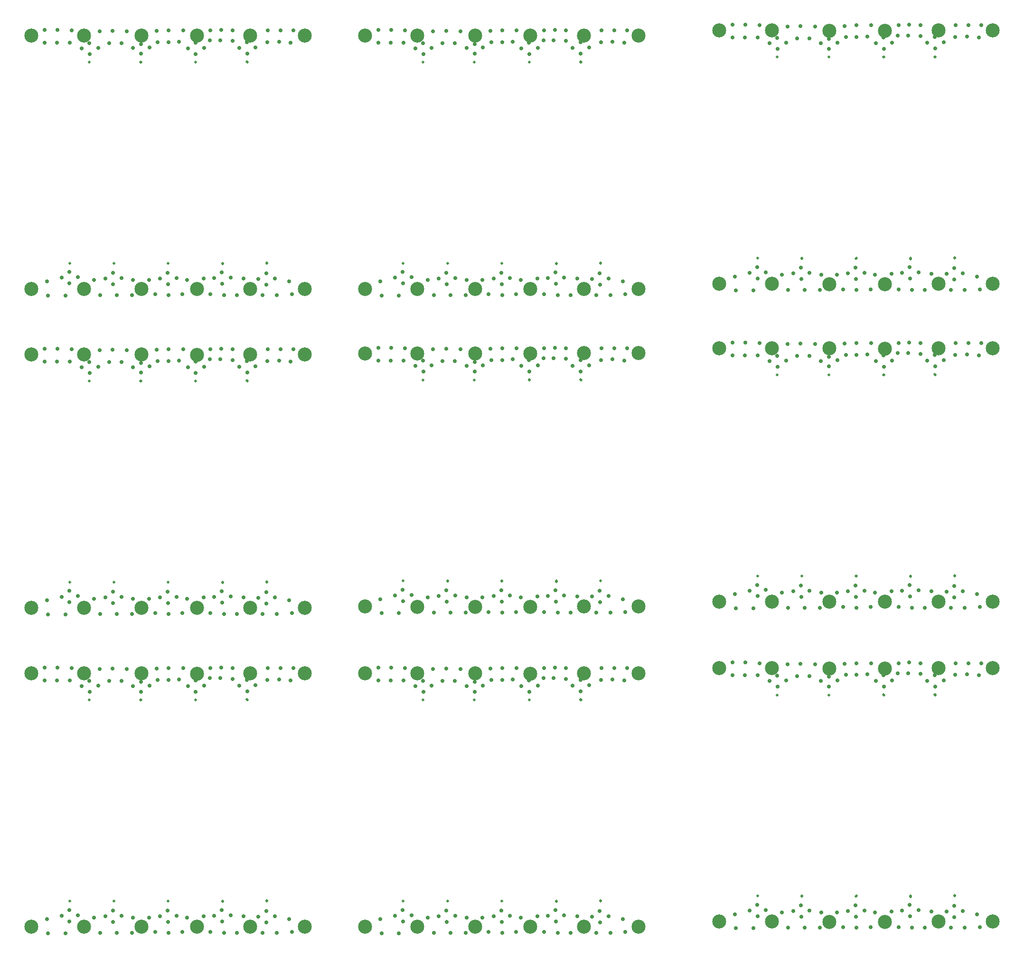
<source format=gbr>
G04 ===== Begin FILE IDENTIFICATION =====*
G04 File Format:  Gerber RS274X*
G04 ===== End FILE IDENTIFICATION =====*
%FSLAX24Y24*%
%MOIN*%
%SFA1.0000B1.0000*%
%OFA0.0B0.0*%
%ADD14C,0.020000*%
%ADD15C,0.027559*%
%ADD16C,0.098425*%
%LNVIA_TOP METAL_BOT_COVER*%
%IPPOS*%
%LPD*%
G75*
D14*
X-32854Y-18150D03*
X-31113Y-32273D03*
X-29232Y-18150D03*
X-25373D03*
X-27302Y-32273D03*
X-23491D03*
X-21751Y-18150D03*
X-20376Y-32273D03*
X-34228D03*
X-31114Y-32289D03*
X-27315D03*
X-23487Y-32304D03*
X-23488Y-32320D03*
X-20385Y-32245D03*
X-20386Y-32261D03*
X-29235Y-18150D03*
X-25389Y-18138D03*
X-21766Y-18134D03*
X-21783Y-18122D03*
D15*
X-32818Y-17566D03*
X-32842Y-16806D03*
X-32227Y-17132D03*
X-33381Y-17168D03*
X-29223Y-17562D03*
X-29208Y-16881D03*
X-28633Y-17129D03*
X-29786Y-17164D03*
X-25369Y-17566D03*
X-25393Y-16766D03*
X-24779Y-17132D03*
X-25932Y-17168D03*
X-21763Y-17550D03*
X-21786Y-16751D03*
X-21172Y-17117D03*
X-22326Y-17152D03*
X-34235Y-33695D03*
X-34259Y-32896D03*
X-33645Y-33262D03*
X-34798Y-33298D03*
X-31168Y-33739D03*
X-31192Y-32940D03*
X-30578Y-33306D03*
X-31731Y-33341D03*
X-27322Y-33739D03*
X-27345Y-32940D03*
X-26731Y-33306D03*
X-27885Y-33341D03*
X-23523Y-33711D03*
X-23546Y-32912D03*
X-22932Y-33278D03*
X-24086Y-33314D03*
X-20408Y-33770D03*
X-20432Y-32971D03*
X-19818Y-33337D03*
X-20971Y-33373D03*
D16*
X-29184Y-34089D03*
X-36912Y-34073D03*
X-25298Y-34093D03*
X-17716Y-34069D03*
X-33231Y-34077D03*
X-21534Y-34069D03*
X-29184Y-16294D03*
X-36912Y-16278D03*
X-25298Y-16298D03*
X-33231Y-16282D03*
X-21534Y-16274D03*
D15*
X-35752Y-34538D03*
X-34531D03*
X-32091Y-34499D03*
X-32524Y-33436D03*
X-30909Y-34499D03*
X-29846D03*
X-28232Y-34459D03*
X-27287Y-34499D03*
X-26303Y-34459D03*
X-24335D03*
X-35831Y-33554D03*
X-24807Y-33357D03*
X-29768Y-33436D03*
X-28665D03*
X-23390Y-34499D03*
X-22484D03*
X-22012Y-33357D03*
X-20673Y-34499D03*
X-25988Y-33436D03*
X-18626Y-34459D03*
X-18823Y-33554D03*
X-35988Y-15877D03*
Y-16782D03*
X-35083Y-15877D03*
X-35122Y-16782D03*
X-34098Y-15916D03*
X-19689Y-34499D03*
X-34217Y-16782D03*
X-31224Y-15956D03*
X-30201Y-15995D03*
X-31461Y-16822D03*
X-30594D03*
X-28114Y-15956D03*
X-27287Y-15916D03*
X-28035Y-16743D03*
X-26539Y-16704D03*
X-27287Y-16743D03*
X-24335Y-15916D03*
X-23587Y-15877D03*
X-22799Y-15916D03*
X-24374Y-16625D03*
X-32130Y-15995D03*
X-23665Y-16625D03*
X-22799Y-16664D03*
X-20319Y-15916D03*
X-20358Y-16743D03*
X-19413Y-15916D03*
X-26264D03*
X-19531Y-16704D03*
X-18705Y-16782D03*
X-18508Y-15916D03*
D14*
X-9428Y-18150D03*
X-7688Y-32273D03*
X-5807Y-18150D03*
X-1947D03*
X-3877Y-32273D03*
X-66D03*
X1674Y-18150D03*
X3049Y-32273D03*
X-10803D03*
X-7689Y-32289D03*
X-3890D03*
X-62Y-32304D03*
X-63Y-32320D03*
X3040Y-32245D03*
X3039Y-32261D03*
X-5810Y-18150D03*
X-1964Y-18138D03*
X1659Y-18134D03*
X1643Y-18122D03*
D15*
X-9393Y-17566D03*
X-9416Y-16806D03*
X-8802Y-17132D03*
X-9956Y-17168D03*
X-5798Y-17562D03*
X-5782Y-16881D03*
X-5208Y-17129D03*
X-6361Y-17164D03*
X-1944Y-17566D03*
X-1968Y-16766D03*
X-1353Y-17132D03*
X-2507Y-17168D03*
X1662Y-17550D03*
X1639Y-16751D03*
X2253Y-17117D03*
X1099Y-17152D03*
X-10810Y-33695D03*
X-10834Y-32896D03*
X-10219Y-33262D03*
X-11373Y-33298D03*
X-7743Y-33739D03*
X-7767Y-32940D03*
X-7153Y-33306D03*
X-8306Y-33341D03*
X-3897Y-33739D03*
X-3920Y-32940D03*
X-3306Y-33306D03*
X-4460Y-33341D03*
X-97Y-33711D03*
X-121Y-32912D03*
X493Y-33278D03*
X-660Y-33314D03*
X3017Y-33770D03*
X2993Y-32971D03*
X3607Y-33337D03*
X2454Y-33373D03*
D16*
X-5759Y-34089D03*
X-13487Y-34073D03*
X-1873Y-34093D03*
X5710Y-34069D03*
X-9806Y-34077D03*
X1891Y-34069D03*
X-5759Y-16294D03*
X-13487Y-16278D03*
X-1873Y-16298D03*
X5710Y-16274D03*
X-9806Y-16282D03*
X1891Y-16274D03*
D15*
X-12327Y-34538D03*
X-11106D03*
X-8665Y-34499D03*
X-9098Y-33436D03*
X-7484Y-34499D03*
X-6421D03*
X-4807Y-34459D03*
X-3862Y-34499D03*
X-2878Y-34459D03*
X-909D03*
X-12406Y-33554D03*
X-1382Y-33357D03*
X-6343Y-33436D03*
X-5240D03*
X35Y-34499D03*
X941D03*
X1413Y-33357D03*
X2752Y-34499D03*
X-2563Y-33436D03*
X4799Y-34459D03*
X4602Y-33554D03*
X-12563Y-15877D03*
Y-16782D03*
X-11657Y-15877D03*
X-11697Y-16782D03*
X-10673Y-15916D03*
X3736Y-34499D03*
X-10791Y-16782D03*
X-7799Y-15956D03*
X-6776Y-15995D03*
X-8035Y-16822D03*
X-7169D03*
X-4689Y-15956D03*
X-3862Y-15916D03*
X-4610Y-16743D03*
X-3114Y-16704D03*
X-3862Y-16743D03*
X-909Y-15916D03*
X-161Y-15877D03*
X626Y-15916D03*
X-949Y-16625D03*
X-8705Y-15995D03*
X-240Y-16625D03*
X626Y-16664D03*
X3106Y-15916D03*
X3067Y-16743D03*
X4012Y-15916D03*
X-2839D03*
X3894Y-16704D03*
X4720Y-16782D03*
X4917Y-15916D03*
D14*
X-32854Y-40552D03*
X-31113Y-54675D03*
X-29232Y-40552D03*
X-25373D03*
X-27302Y-54675D03*
X-23491D03*
X-21751Y-40552D03*
X-20376Y-54675D03*
X-34228D03*
X-31114Y-54690D03*
X-27315D03*
X-23487Y-54706D03*
X-23488Y-54722D03*
X-20385Y-54647D03*
X-20386Y-54663D03*
X-29235Y-40552D03*
X-25389Y-40540D03*
X-21766Y-40536D03*
X-21783Y-40524D03*
D15*
X-32818Y-39967D03*
X-32842Y-39207D03*
X-32227Y-39534D03*
X-33381Y-39569D03*
X-29223Y-39963D03*
X-29208Y-39282D03*
X-28633Y-39530D03*
X-29786Y-39566D03*
X-25369Y-39967D03*
X-25393Y-39168D03*
X-24779Y-39534D03*
X-25932Y-39569D03*
X-21763Y-39951D03*
X-21786Y-39152D03*
X-21172Y-39518D03*
X-22326Y-39554D03*
X-34235Y-56097D03*
X-34259Y-55298D03*
X-33645Y-55664D03*
X-34798Y-55699D03*
X-31168Y-56140D03*
X-31192Y-55341D03*
X-30578Y-55707D03*
X-31731Y-55743D03*
X-27322Y-56140D03*
X-27345Y-55341D03*
X-26731Y-55707D03*
X-27885Y-55743D03*
X-23523Y-56113D03*
X-23546Y-55314D03*
X-22932Y-55680D03*
X-24086Y-55715D03*
X-20408Y-56172D03*
X-20432Y-55373D03*
X-19818Y-55739D03*
X-20971Y-55774D03*
D16*
X-29184Y-56491D03*
X-36912Y-56475D03*
X-25298Y-56495D03*
X-17716Y-56471D03*
X-33231Y-56479D03*
X-21534Y-56471D03*
X-29184Y-38695D03*
X-36912Y-38680D03*
X-25298Y-38699D03*
X-17716Y-38676D03*
X-33231Y-38684D03*
X-21534Y-38676D03*
D15*
X-35752Y-56940D03*
X-34531D03*
X-32091Y-56900D03*
X-32524Y-55837D03*
X-30909Y-56900D03*
X-29846D03*
X-28232Y-56861D03*
X-27287Y-56900D03*
X-26303Y-56861D03*
X-24335D03*
X-35831Y-55956D03*
X-24807Y-55759D03*
X-29768Y-55837D03*
X-28665D03*
X-23390Y-56900D03*
X-22484D03*
X-22012Y-55759D03*
X-20673Y-56900D03*
X-25988Y-55837D03*
X-18626Y-56861D03*
X-18823Y-55956D03*
X-35988Y-38278D03*
Y-39184D03*
X-35083Y-38278D03*
X-35122Y-39184D03*
X-34098Y-38318D03*
X-19689Y-56900D03*
X-34217Y-39184D03*
X-31224Y-38357D03*
X-30201Y-38396D03*
X-31461Y-39223D03*
X-30594D03*
X-28114Y-38357D03*
X-27287Y-38318D03*
X-28035Y-39144D03*
X-26539Y-39105D03*
X-27287Y-39144D03*
X-24335Y-38318D03*
X-23587Y-38278D03*
X-22799Y-38318D03*
X-24374Y-39026D03*
X-32130Y-38396D03*
X-23665Y-39026D03*
X-22799Y-39066D03*
X-20319Y-38318D03*
X-20358Y-39144D03*
X-19413Y-38318D03*
X-26264D03*
X-19531Y-39105D03*
X-18705Y-39184D03*
X-18508Y-38318D03*
D14*
X-9428Y-40473D03*
X-7688Y-54596D03*
X-5807Y-40473D03*
X-1947D03*
X-3877Y-54596D03*
X-66D03*
X1674Y-40473D03*
X3049Y-54596D03*
X-10803D03*
X-7689Y-54612D03*
X-3890D03*
X-62Y-54627D03*
X-63Y-54643D03*
X3040Y-54568D03*
X3039Y-54584D03*
X-5810Y-40473D03*
X-1964Y-40461D03*
X1659Y-40457D03*
X1643Y-40445D03*
D15*
X-9393Y-39888D03*
X-9416Y-39129D03*
X-8802Y-39455D03*
X-9956Y-39491D03*
X-5798Y-39884D03*
X-5782Y-39203D03*
X-5208Y-39451D03*
X-6361Y-39487D03*
X-1944Y-39888D03*
X-1968Y-39089D03*
X-1353Y-39455D03*
X-2507Y-39491D03*
X1662Y-39873D03*
X1639Y-39073D03*
X2253Y-39440D03*
X1099Y-39475D03*
X-10810Y-56018D03*
X-10834Y-55219D03*
X-10219Y-55585D03*
X-11373Y-55621D03*
X-7743Y-56062D03*
X-7767Y-55262D03*
X-7153Y-55629D03*
X-8306Y-55664D03*
X-3897Y-56062D03*
X-3920Y-55262D03*
X-3306Y-55629D03*
X-4460Y-55664D03*
X-97Y-56034D03*
X-121Y-55235D03*
X493Y-55601D03*
X-660Y-55636D03*
X3017Y-56093D03*
X2993Y-55294D03*
X3607Y-55660D03*
X2454Y-55695D03*
D16*
X-5759Y-56412D03*
X-13487Y-56396D03*
X-1873Y-56416D03*
X5710Y-56392D03*
X-9806Y-56400D03*
X1891Y-56392D03*
X-5759Y-38617D03*
X-13487Y-38601D03*
X-1873Y-38621D03*
X5710Y-38597D03*
X-9806Y-38605D03*
X1891Y-38597D03*
D15*
X-12327Y-56861D03*
X-11106D03*
X-8665Y-56822D03*
X-9098Y-55759D03*
X-7484Y-56822D03*
X-6421D03*
X-4807Y-56782D03*
X-3862Y-56822D03*
X-2878Y-56782D03*
X-909D03*
X-12406Y-55877D03*
X-1382Y-55680D03*
X-6343Y-55759D03*
X-5240D03*
X35Y-56822D03*
X941D03*
X1413Y-55680D03*
X2752Y-56822D03*
X-2563Y-55759D03*
X4799Y-56782D03*
X4602Y-55877D03*
X-12563Y-38200D03*
Y-39105D03*
X-11657Y-38200D03*
X-11697Y-39105D03*
X-10673Y-38239D03*
X3736Y-56822D03*
X-10791Y-39105D03*
X-7799Y-38278D03*
X-6776Y-38318D03*
X-8035Y-39144D03*
X-7169D03*
X-4689Y-38278D03*
X-3862Y-38239D03*
X-4610Y-39066D03*
X-3114Y-39026D03*
X-3862Y-39066D03*
X-909Y-38239D03*
X-161Y-38200D03*
X626Y-38239D03*
X-949Y-38948D03*
X-8705Y-38318D03*
X-240Y-38948D03*
X626Y-38987D03*
X3106Y-38239D03*
X3067Y-39066D03*
X4012Y-38239D03*
X-2839D03*
X3894Y-39026D03*
X4720Y-39105D03*
X4917Y-38239D03*
D14*
X-32854Y-62953D03*
X-31113Y-77076D03*
X-29232Y-62953D03*
X-25373D03*
X-27302Y-77076D03*
X-23491D03*
X-21751Y-62953D03*
X-20376Y-77076D03*
X-34228D03*
X-31114Y-77092D03*
X-27315D03*
X-23487Y-77108D03*
X-23488Y-77123D03*
X-20385Y-77049D03*
X-20386Y-77064D03*
X-29235Y-62953D03*
X-25389Y-62941D03*
X-21766Y-62937D03*
X-21783Y-62926D03*
D15*
X-32818Y-62369D03*
X-32842Y-61609D03*
X-32227Y-61936D03*
X-33381Y-61971D03*
X-29223Y-62365D03*
X-29208Y-61684D03*
X-28633Y-61932D03*
X-29786Y-61967D03*
X-25369Y-62369D03*
X-25393Y-61569D03*
X-24779Y-61936D03*
X-25932Y-61971D03*
X-21763Y-62353D03*
X-21786Y-61554D03*
X-21172Y-61920D03*
X-22326Y-61955D03*
X-34235Y-78499D03*
X-34259Y-77699D03*
X-33645Y-78066D03*
X-34798Y-78101D03*
X-31168Y-78542D03*
X-31192Y-77743D03*
X-30578Y-78109D03*
X-31731Y-78144D03*
X-27322Y-78542D03*
X-27345Y-77743D03*
X-26731Y-78109D03*
X-27885Y-78144D03*
X-23523Y-78514D03*
X-23546Y-77715D03*
X-22932Y-78081D03*
X-24086Y-78117D03*
X-20408Y-78573D03*
X-20432Y-77774D03*
X-19818Y-78140D03*
X-20971Y-78176D03*
D16*
X-29184Y-78892D03*
X-36912Y-78877D03*
X-25298Y-78896D03*
X-17716Y-78873D03*
X-33231Y-78881D03*
X-21534Y-78873D03*
X-29184Y-61097D03*
X-36912Y-61081D03*
X-25298Y-61101D03*
X-17716Y-61077D03*
X-33231Y-61085D03*
X-21534Y-61077D03*
D15*
X-35752Y-79341D03*
X-34531D03*
X-32091Y-79302D03*
X-32524Y-78239D03*
X-30909Y-79302D03*
X-29846D03*
X-28232Y-79263D03*
X-27287Y-79302D03*
X-26303Y-79263D03*
X-24335D03*
X-35831Y-78357D03*
X-24807Y-78160D03*
X-29768Y-78239D03*
X-28665D03*
X-23390Y-79302D03*
X-22484D03*
X-22012Y-78160D03*
X-20673Y-79302D03*
X-25988Y-78239D03*
X-18626Y-79263D03*
X-18823Y-78357D03*
X-35988Y-60680D03*
Y-61585D03*
X-35083Y-60680D03*
X-35122Y-61585D03*
X-34098Y-60719D03*
X-19689Y-79302D03*
X-34217Y-61585D03*
X-31224Y-60759D03*
X-30201Y-60798D03*
X-31461Y-61625D03*
X-30594D03*
X-28114Y-60759D03*
X-27287Y-60719D03*
X-28035Y-61546D03*
X-26539Y-61507D03*
X-27287Y-61546D03*
X-24335Y-60719D03*
X-23587Y-60680D03*
X-22799Y-60719D03*
X-24374Y-61428D03*
X-32130Y-60798D03*
X-23665Y-61428D03*
X-22799Y-61467D03*
X-20319Y-60719D03*
X-20358Y-61546D03*
X-19413Y-60719D03*
X-26264D03*
X-19531Y-61507D03*
X-18705Y-61585D03*
X-18508Y-60719D03*
D14*
X-9428Y-62953D03*
X-7688Y-77076D03*
X-5807Y-62953D03*
X-1947D03*
X-3877Y-77076D03*
X-66D03*
X1674Y-62953D03*
X3049Y-77076D03*
X-10803D03*
X-7689Y-77092D03*
X-3890D03*
X-62Y-77108D03*
X-63Y-77123D03*
X3040Y-77049D03*
X3039Y-77064D03*
X-5810Y-62953D03*
X-1964Y-62941D03*
X1659Y-62937D03*
X1643Y-62926D03*
D15*
X-9393Y-62369D03*
X-9416Y-61609D03*
X-8802Y-61936D03*
X-9956Y-61971D03*
X-5798Y-62365D03*
X-5782Y-61684D03*
X-5208Y-61932D03*
X-6361Y-61967D03*
X-1944Y-62369D03*
X-1968Y-61569D03*
X-1353Y-61936D03*
X-2507Y-61971D03*
X1662Y-62353D03*
X1639Y-61554D03*
X2253Y-61920D03*
X1099Y-61955D03*
X-10810Y-78499D03*
X-10834Y-77699D03*
X-10219Y-78066D03*
X-11373Y-78101D03*
X-7743Y-78542D03*
X-7767Y-77743D03*
X-7153Y-78109D03*
X-8306Y-78144D03*
X-3897Y-78542D03*
X-3920Y-77743D03*
X-3306Y-78109D03*
X-4460Y-78144D03*
X-97Y-78514D03*
X-121Y-77715D03*
X493Y-78081D03*
X-660Y-78117D03*
X3017Y-78573D03*
X2993Y-77774D03*
X3607Y-78140D03*
X2454Y-78176D03*
D16*
X-5759Y-78892D03*
X-13487Y-78877D03*
X-1873Y-78896D03*
X5710Y-78873D03*
X-9806Y-78881D03*
X1891Y-78873D03*
X-5759Y-61097D03*
X-13487Y-61081D03*
X-1873Y-61101D03*
X5710Y-61077D03*
X-9806Y-61085D03*
X1891Y-61077D03*
D15*
X-12327Y-79341D03*
X-11106D03*
X-8665Y-79302D03*
X-9098Y-78239D03*
X-7484Y-79302D03*
X-6421D03*
X-4807Y-79263D03*
X-3862Y-79302D03*
X-2878Y-79263D03*
X-909D03*
X-12406Y-78357D03*
X-1382Y-78160D03*
X-6343Y-78239D03*
X-5240D03*
X35Y-79302D03*
X941D03*
X1413Y-78160D03*
X2752Y-79302D03*
X-2563Y-78239D03*
X4799Y-79263D03*
X4602Y-78357D03*
X-12563Y-60680D03*
Y-61585D03*
X-11657Y-60680D03*
X-11697Y-61585D03*
X-10673Y-60719D03*
X3736Y-79302D03*
X-10791Y-61585D03*
X-7799Y-60759D03*
X-6776Y-60798D03*
X-8035Y-61625D03*
X-7169D03*
X-4689Y-60759D03*
X-3862Y-60719D03*
X-4610Y-61546D03*
X-3114Y-61507D03*
X-3862Y-61546D03*
X-909Y-60719D03*
X-161Y-60680D03*
X626Y-60719D03*
X-949Y-61428D03*
X-8705Y-60798D03*
X-240Y-61428D03*
X626Y-61467D03*
X3106Y-60719D03*
X3067Y-61546D03*
X4012Y-60719D03*
X-2839D03*
X3894Y-61507D03*
X4720Y-61585D03*
X4917Y-60719D03*
D16*
X-17716Y-16274D03*
D14*
X15454Y-17796D03*
X17194Y-31919D03*
X19075Y-17796D03*
X22935D03*
X21005Y-31919D03*
X24816D03*
X26556Y-17796D03*
X27931Y-31919D03*
X14079D03*
X17193Y-31934D03*
X20992D03*
X24820Y-31950D03*
X24819Y-31966D03*
X27922Y-31891D03*
X27921Y-31907D03*
X19072Y-17796D03*
X22918Y-17784D03*
X26541Y-17780D03*
X26524Y-17768D03*
D15*
X15489Y-17211D03*
X15466Y-16451D03*
X16080Y-16778D03*
X14926Y-16814D03*
X19084Y-17207D03*
X19099Y-16526D03*
X19674Y-16774D03*
X18521Y-16810D03*
X22938Y-17211D03*
X22914Y-16412D03*
X23529Y-16778D03*
X22375Y-16814D03*
X26544Y-17195D03*
X26521Y-16396D03*
X27135Y-16762D03*
X25981Y-16798D03*
X14072Y-33341D03*
X14048Y-32542D03*
X14662Y-32908D03*
X13509Y-32944D03*
X17139Y-33384D03*
X17115Y-32585D03*
X17729Y-32951D03*
X16576Y-32987D03*
X20985Y-33384D03*
X20962Y-32585D03*
X21576Y-32951D03*
X20422Y-32987D03*
X24784Y-33357D03*
X24761Y-32558D03*
X25375Y-32924D03*
X24221Y-32959D03*
X27899Y-33416D03*
X27875Y-32617D03*
X28489Y-32983D03*
X27336Y-33018D03*
D16*
X19123Y-33735D03*
X11395Y-33719D03*
X23009Y-33739D03*
X30592Y-33715D03*
X15076Y-33723D03*
X26773Y-33715D03*
X19123Y-15940D03*
X11395Y-15924D03*
X23009Y-15944D03*
X30592Y-15920D03*
X15076Y-15928D03*
X26773Y-15920D03*
D15*
X12555Y-34184D03*
X13776D03*
X16217Y-34144D03*
X15783Y-33081D03*
X17398Y-34144D03*
X18461D03*
X20075Y-34105D03*
X21020Y-34144D03*
X22004Y-34105D03*
X23972D03*
X12476Y-33200D03*
X23500Y-33003D03*
X18539Y-33081D03*
X19642D03*
X24917Y-34144D03*
X25823D03*
X26295Y-33003D03*
X27634Y-34144D03*
X22319Y-33081D03*
X29681Y-34105D03*
X29484Y-33200D03*
X12319Y-15522D03*
Y-16428D03*
X13224Y-15522D03*
X13185Y-16428D03*
X14209Y-15562D03*
X28618Y-34144D03*
X14091Y-16428D03*
X17083Y-15601D03*
X18106Y-15641D03*
X16846Y-16467D03*
X17713D03*
X20193Y-15601D03*
X21020Y-15562D03*
X20272Y-16389D03*
X21768Y-16349D03*
X21020Y-16389D03*
X23972Y-15562D03*
X24720Y-15522D03*
X25508Y-15562D03*
X23933Y-16270D03*
X16177Y-15641D03*
X24642Y-16270D03*
X25508Y-16310D03*
X27988Y-15562D03*
X27949Y-16389D03*
X28894Y-15562D03*
X22043D03*
X28776Y-16349D03*
X29602Y-16428D03*
X29799Y-15562D03*
D14*
X15454Y-40118D03*
X17194Y-54241D03*
X19075Y-40118D03*
X22935D03*
X21005Y-54241D03*
X24816D03*
X26556Y-40118D03*
X27931Y-54241D03*
X14079D03*
X17193Y-54257D03*
X20992D03*
X24820Y-54273D03*
X24819Y-54289D03*
X27922Y-54214D03*
X27921Y-54230D03*
X19072Y-40118D03*
X22918Y-40107D03*
X26541Y-40103D03*
X26524Y-40091D03*
D15*
X15489Y-39534D03*
X15466Y-38774D03*
X16080Y-39101D03*
X14926Y-39136D03*
X19084Y-39530D03*
X19099Y-38849D03*
X19674Y-39097D03*
X18521Y-39132D03*
X22938Y-39534D03*
X22914Y-38735D03*
X23529Y-39101D03*
X22375Y-39136D03*
X26544Y-39518D03*
X26521Y-38719D03*
X27135Y-39085D03*
X25981Y-39121D03*
X14072Y-55664D03*
X14048Y-54865D03*
X14662Y-55231D03*
X13509Y-55266D03*
X17139Y-55707D03*
X17115Y-54908D03*
X17729Y-55274D03*
X16576Y-55310D03*
X20985Y-55707D03*
X20962Y-54908D03*
X21576Y-55274D03*
X20422Y-55310D03*
X24784Y-55680D03*
X24761Y-54881D03*
X25375Y-55247D03*
X24221Y-55282D03*
X27899Y-55739D03*
X27875Y-54940D03*
X28489Y-55306D03*
X27336Y-55341D03*
D16*
X19123Y-56058D03*
X11395Y-56042D03*
X23009Y-56062D03*
X30592Y-56038D03*
X15076Y-56046D03*
X26773Y-56038D03*
X19123Y-38262D03*
X11395Y-38247D03*
X23009Y-38266D03*
X30592Y-38243D03*
X15076Y-38251D03*
X26773Y-38243D03*
D15*
X12555Y-56507D03*
X13776D03*
X16217Y-56467D03*
X15783Y-55404D03*
X17398Y-56467D03*
X18461D03*
X20075Y-56428D03*
X21020Y-56467D03*
X22004Y-56428D03*
X23972D03*
X12476Y-55522D03*
X23500Y-55326D03*
X18539Y-55404D03*
X19642D03*
X24917Y-56467D03*
X25823D03*
X26295Y-55326D03*
X27634Y-56467D03*
X22319Y-55404D03*
X29681Y-56428D03*
X29484Y-55522D03*
X12319Y-37845D03*
Y-38751D03*
X13224Y-37845D03*
X13185Y-38751D03*
X14209Y-37885D03*
X28618Y-56467D03*
X14091Y-38751D03*
X17083Y-37924D03*
X18106Y-37963D03*
X16846Y-38790D03*
X17713D03*
X20193Y-37924D03*
X21020Y-37885D03*
X20272Y-38711D03*
X21768Y-38672D03*
X21020Y-38711D03*
X23972Y-37885D03*
X24720Y-37845D03*
X25508Y-37885D03*
X23933Y-38593D03*
X16177Y-37963D03*
X24642Y-38593D03*
X25508Y-38633D03*
X27988Y-37885D03*
X27949Y-38711D03*
X28894Y-37885D03*
X22043D03*
X28776Y-38672D03*
X29602Y-38751D03*
X29799Y-37885D03*
D14*
X15454Y-62599D03*
X17194Y-76722D03*
X19075Y-62599D03*
X22935D03*
X21005Y-76722D03*
X24816D03*
X26556Y-62599D03*
X27931Y-76722D03*
X14079D03*
X17193Y-76738D03*
X20992D03*
X24820Y-76753D03*
X24819Y-76769D03*
X27922Y-76694D03*
X27921Y-76710D03*
X19072Y-62599D03*
X22918Y-62587D03*
X26541Y-62583D03*
X26524Y-62571D03*
D15*
X15489Y-62014D03*
X15466Y-61255D03*
X16080Y-61581D03*
X14926Y-61617D03*
X19084Y-62010D03*
X19099Y-61329D03*
X19674Y-61577D03*
X18521Y-61613D03*
X22938Y-62014D03*
X22914Y-61215D03*
X23529Y-61581D03*
X22375Y-61617D03*
X26544Y-61999D03*
X26521Y-61199D03*
X27135Y-61566D03*
X25981Y-61601D03*
X14072Y-78144D03*
X14048Y-77345D03*
X14662Y-77711D03*
X13509Y-77747D03*
X17139Y-78188D03*
X17115Y-77388D03*
X17729Y-77755D03*
X16576Y-77790D03*
X20985Y-78188D03*
X20962Y-77388D03*
X21576Y-77755D03*
X20422Y-77790D03*
X24784Y-78160D03*
X24761Y-77361D03*
X25375Y-77727D03*
X24221Y-77762D03*
X27899Y-78219D03*
X27875Y-77420D03*
X28489Y-77786D03*
X27336Y-77821D03*
D16*
X19123Y-78538D03*
X11395Y-78522D03*
X23009Y-78542D03*
X30592Y-78518D03*
X15076Y-78526D03*
X26773Y-78518D03*
X19123Y-60743D03*
X11395Y-60727D03*
X23009Y-60747D03*
X30592Y-60723D03*
X15076Y-60731D03*
X26773Y-60723D03*
D15*
X12555Y-78987D03*
X13776D03*
X16217Y-78948D03*
X15783Y-77885D03*
X17398Y-78948D03*
X18461D03*
X20075Y-78908D03*
X21020Y-78948D03*
X22004Y-78908D03*
X23972D03*
X12476Y-78003D03*
X23500Y-77806D03*
X18539Y-77885D03*
X19642D03*
X24917Y-78948D03*
X25823D03*
X26295Y-77806D03*
X27634Y-78948D03*
X22319Y-77885D03*
X29681Y-78908D03*
X29484Y-78003D03*
X12319Y-60326D03*
Y-61231D03*
X13224Y-60326D03*
X13185Y-61231D03*
X14209Y-60365D03*
X28618Y-78948D03*
X14091Y-61231D03*
X17083Y-60404D03*
X18106Y-60444D03*
X16846Y-61270D03*
X17713D03*
X20193Y-60404D03*
X21020Y-60365D03*
X20272Y-61192D03*
X21768Y-61152D03*
X21020Y-61192D03*
X23972Y-60365D03*
X24720Y-60326D03*
X25508Y-60365D03*
X23933Y-61074D03*
X16177Y-60444D03*
X24642Y-61074D03*
X25508Y-61113D03*
X27988Y-60365D03*
X27949Y-61192D03*
X28894Y-60365D03*
X22043D03*
X28776Y-61152D03*
X29602Y-61231D03*
X29799Y-60365D03*
M02*


</source>
